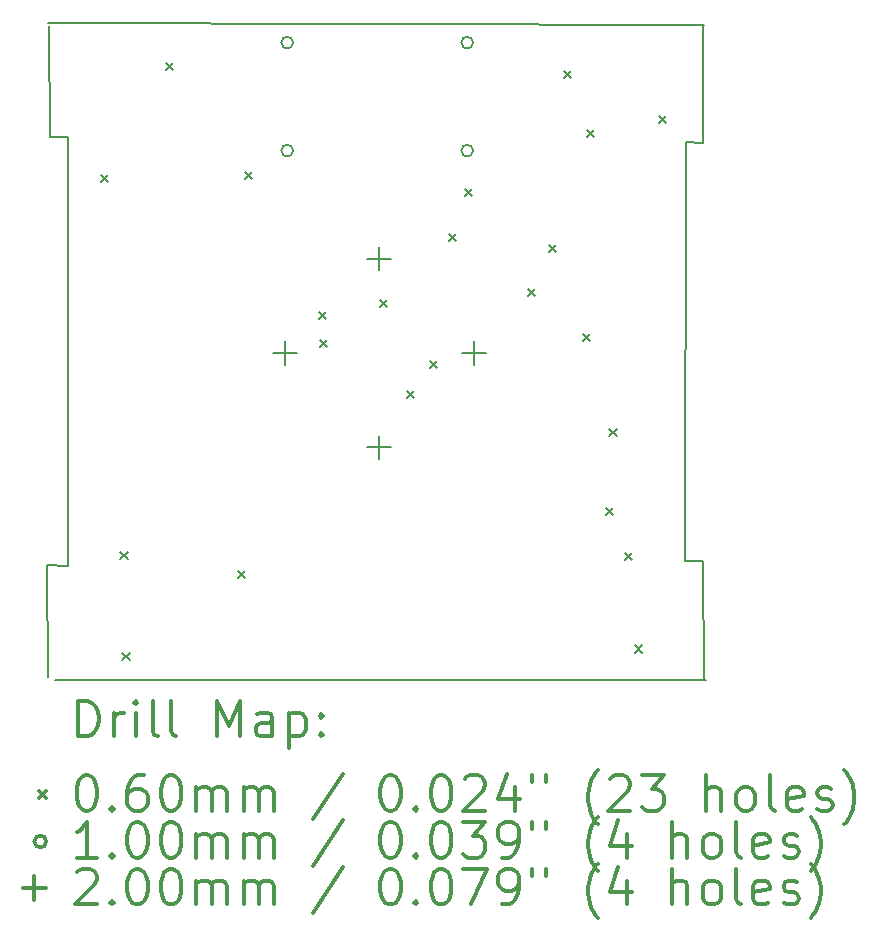
<source format=gbr>
%FSLAX45Y45*%
G04 Gerber Fmt 4.5, Leading zero omitted, Abs format (unit mm)*
G04 Created by KiCad (PCBNEW 4.0.6) date 05/08/17 07:17:13*
%MOMM*%
%LPD*%
G01*
G04 APERTURE LIST*
%ADD10C,0.127000*%
%ADD11C,0.150000*%
%ADD12C,0.200000*%
%ADD13C,0.300000*%
G04 APERTURE END LIST*
D10*
D11*
X15126190Y-7719950D02*
X20676410Y-7735250D01*
X15293110Y-8678290D02*
X15145290Y-8683810D01*
X15118870Y-12303930D02*
X15293110Y-12311990D01*
X20679770Y-13271630D02*
X20669270Y-12272430D01*
X20669270Y-12272430D02*
X20518910Y-12269890D01*
X20518910Y-12269890D02*
X20529410Y-8720590D01*
X20529410Y-8720590D02*
X20669610Y-8731090D01*
X20669610Y-8731090D02*
X20669610Y-7744590D01*
X15134790Y-7739510D02*
X15145290Y-8683810D01*
X15293110Y-8678290D02*
X15293110Y-12311990D01*
X15118870Y-12303930D02*
X15129370Y-13250530D01*
X15195210Y-13282590D02*
X20695210Y-13282590D01*
X20684310Y-13282590D02*
X15184310Y-13282590D01*
D12*
X15574230Y-9003250D02*
X15634230Y-9063250D01*
X15634230Y-9003250D02*
X15574230Y-9063250D01*
X15739610Y-12197990D02*
X15799610Y-12257990D01*
X15799610Y-12197990D02*
X15739610Y-12257990D01*
X15756010Y-13046890D02*
X15816010Y-13106890D01*
X15816010Y-13046890D02*
X15756010Y-13106890D01*
X16122210Y-8057590D02*
X16182210Y-8117590D01*
X16182210Y-8057590D02*
X16122210Y-8117590D01*
X16732210Y-12357590D02*
X16792210Y-12417590D01*
X16792210Y-12357590D02*
X16732210Y-12417590D01*
X16793310Y-8977490D02*
X16853310Y-9037490D01*
X16853310Y-8977490D02*
X16793310Y-9037490D01*
X17423350Y-10158950D02*
X17483350Y-10218950D01*
X17483350Y-10158950D02*
X17423350Y-10218950D01*
X17430970Y-10402790D02*
X17490970Y-10462790D01*
X17490970Y-10402790D02*
X17430970Y-10462790D01*
X17938010Y-10059790D02*
X17998010Y-10119790D01*
X17998010Y-10059790D02*
X17938010Y-10119790D01*
X18167570Y-10834590D02*
X18227570Y-10894590D01*
X18227570Y-10834590D02*
X18167570Y-10894590D01*
X18360910Y-10575690D02*
X18420910Y-10635690D01*
X18420910Y-10575690D02*
X18360910Y-10635690D01*
X18519960Y-9504240D02*
X18579960Y-9564240D01*
X18579960Y-9504240D02*
X18519960Y-9564240D01*
X18653710Y-9121990D02*
X18713710Y-9181990D01*
X18713710Y-9121990D02*
X18653710Y-9181990D01*
X19187810Y-9968690D02*
X19247810Y-10028690D01*
X19247810Y-9968690D02*
X19187810Y-10028690D01*
X19368210Y-9591990D02*
X19428210Y-9651990D01*
X19428210Y-9591990D02*
X19368210Y-9651990D01*
X19494510Y-8122890D02*
X19554510Y-8182890D01*
X19554510Y-8122890D02*
X19494510Y-8182890D01*
X19656010Y-10351990D02*
X19716010Y-10411990D01*
X19716010Y-10351990D02*
X19656010Y-10411990D01*
X19685610Y-8623890D02*
X19745610Y-8683890D01*
X19745610Y-8623890D02*
X19685610Y-8683890D01*
X19853610Y-11820690D02*
X19913610Y-11880690D01*
X19913610Y-11820690D02*
X19853610Y-11880690D01*
X19879530Y-11154630D02*
X19939530Y-11214630D01*
X19939530Y-11154630D02*
X19879530Y-11214630D01*
X20012910Y-12202490D02*
X20072910Y-12262490D01*
X20072910Y-12202490D02*
X20012910Y-12262490D01*
X20098010Y-12986590D02*
X20158010Y-13046590D01*
X20158010Y-12986590D02*
X20098010Y-13046590D01*
X20294810Y-8505410D02*
X20354810Y-8565410D01*
X20354810Y-8505410D02*
X20294810Y-8565410D01*
X17201210Y-7882090D02*
G75*
G03X17201210Y-7882090I-50000J0D01*
G01*
X17201210Y-8796490D02*
G75*
G03X17201210Y-8796490I-50000J0D01*
G01*
X18725210Y-7882090D02*
G75*
G03X18725210Y-7882090I-50000J0D01*
G01*
X18725210Y-8796490D02*
G75*
G03X18725210Y-8796490I-50000J0D01*
G01*
X17130770Y-10408990D02*
X17130770Y-10608990D01*
X17030770Y-10508990D02*
X17230770Y-10508990D01*
X17925770Y-9611350D02*
X17925770Y-9811350D01*
X17825770Y-9711350D02*
X18025770Y-9711350D01*
X17930870Y-11209090D02*
X17930870Y-11409090D01*
X17830870Y-11309090D02*
X18030870Y-11309090D01*
X18730970Y-10408990D02*
X18730970Y-10608990D01*
X18630970Y-10508990D02*
X18830970Y-10508990D01*
D13*
X15382798Y-13755804D02*
X15382798Y-13455804D01*
X15454227Y-13455804D01*
X15497084Y-13470090D01*
X15525656Y-13498661D01*
X15539941Y-13527233D01*
X15554227Y-13584376D01*
X15554227Y-13627233D01*
X15539941Y-13684376D01*
X15525656Y-13712947D01*
X15497084Y-13741519D01*
X15454227Y-13755804D01*
X15382798Y-13755804D01*
X15682798Y-13755804D02*
X15682798Y-13555804D01*
X15682798Y-13612947D02*
X15697084Y-13584376D01*
X15711370Y-13570090D01*
X15739941Y-13555804D01*
X15768513Y-13555804D01*
X15868513Y-13755804D02*
X15868513Y-13555804D01*
X15868513Y-13455804D02*
X15854227Y-13470090D01*
X15868513Y-13484376D01*
X15882798Y-13470090D01*
X15868513Y-13455804D01*
X15868513Y-13484376D01*
X16054227Y-13755804D02*
X16025656Y-13741519D01*
X16011370Y-13712947D01*
X16011370Y-13455804D01*
X16211370Y-13755804D02*
X16182798Y-13741519D01*
X16168513Y-13712947D01*
X16168513Y-13455804D01*
X16554227Y-13755804D02*
X16554227Y-13455804D01*
X16654227Y-13670090D01*
X16754227Y-13455804D01*
X16754227Y-13755804D01*
X17025656Y-13755804D02*
X17025656Y-13598661D01*
X17011370Y-13570090D01*
X16982799Y-13555804D01*
X16925656Y-13555804D01*
X16897084Y-13570090D01*
X17025656Y-13741519D02*
X16997084Y-13755804D01*
X16925656Y-13755804D01*
X16897084Y-13741519D01*
X16882799Y-13712947D01*
X16882799Y-13684376D01*
X16897084Y-13655804D01*
X16925656Y-13641519D01*
X16997084Y-13641519D01*
X17025656Y-13627233D01*
X17168513Y-13555804D02*
X17168513Y-13855804D01*
X17168513Y-13570090D02*
X17197084Y-13555804D01*
X17254227Y-13555804D01*
X17282799Y-13570090D01*
X17297084Y-13584376D01*
X17311370Y-13612947D01*
X17311370Y-13698661D01*
X17297084Y-13727233D01*
X17282799Y-13741519D01*
X17254227Y-13755804D01*
X17197084Y-13755804D01*
X17168513Y-13741519D01*
X17439941Y-13727233D02*
X17454227Y-13741519D01*
X17439941Y-13755804D01*
X17425656Y-13741519D01*
X17439941Y-13727233D01*
X17439941Y-13755804D01*
X17439941Y-13570090D02*
X17454227Y-13584376D01*
X17439941Y-13598661D01*
X17425656Y-13584376D01*
X17439941Y-13570090D01*
X17439941Y-13598661D01*
X15051370Y-14220090D02*
X15111370Y-14280090D01*
X15111370Y-14220090D02*
X15051370Y-14280090D01*
X15439941Y-14085804D02*
X15468513Y-14085804D01*
X15497084Y-14100090D01*
X15511370Y-14114376D01*
X15525656Y-14142947D01*
X15539941Y-14200090D01*
X15539941Y-14271519D01*
X15525656Y-14328661D01*
X15511370Y-14357233D01*
X15497084Y-14371519D01*
X15468513Y-14385804D01*
X15439941Y-14385804D01*
X15411370Y-14371519D01*
X15397084Y-14357233D01*
X15382798Y-14328661D01*
X15368513Y-14271519D01*
X15368513Y-14200090D01*
X15382798Y-14142947D01*
X15397084Y-14114376D01*
X15411370Y-14100090D01*
X15439941Y-14085804D01*
X15668513Y-14357233D02*
X15682798Y-14371519D01*
X15668513Y-14385804D01*
X15654227Y-14371519D01*
X15668513Y-14357233D01*
X15668513Y-14385804D01*
X15939941Y-14085804D02*
X15882798Y-14085804D01*
X15854227Y-14100090D01*
X15839941Y-14114376D01*
X15811370Y-14157233D01*
X15797084Y-14214376D01*
X15797084Y-14328661D01*
X15811370Y-14357233D01*
X15825656Y-14371519D01*
X15854227Y-14385804D01*
X15911370Y-14385804D01*
X15939941Y-14371519D01*
X15954227Y-14357233D01*
X15968513Y-14328661D01*
X15968513Y-14257233D01*
X15954227Y-14228661D01*
X15939941Y-14214376D01*
X15911370Y-14200090D01*
X15854227Y-14200090D01*
X15825656Y-14214376D01*
X15811370Y-14228661D01*
X15797084Y-14257233D01*
X16154227Y-14085804D02*
X16182798Y-14085804D01*
X16211370Y-14100090D01*
X16225656Y-14114376D01*
X16239941Y-14142947D01*
X16254227Y-14200090D01*
X16254227Y-14271519D01*
X16239941Y-14328661D01*
X16225656Y-14357233D01*
X16211370Y-14371519D01*
X16182798Y-14385804D01*
X16154227Y-14385804D01*
X16125656Y-14371519D01*
X16111370Y-14357233D01*
X16097084Y-14328661D01*
X16082798Y-14271519D01*
X16082798Y-14200090D01*
X16097084Y-14142947D01*
X16111370Y-14114376D01*
X16125656Y-14100090D01*
X16154227Y-14085804D01*
X16382798Y-14385804D02*
X16382798Y-14185804D01*
X16382798Y-14214376D02*
X16397084Y-14200090D01*
X16425656Y-14185804D01*
X16468513Y-14185804D01*
X16497084Y-14200090D01*
X16511370Y-14228661D01*
X16511370Y-14385804D01*
X16511370Y-14228661D02*
X16525656Y-14200090D01*
X16554227Y-14185804D01*
X16597084Y-14185804D01*
X16625656Y-14200090D01*
X16639941Y-14228661D01*
X16639941Y-14385804D01*
X16782799Y-14385804D02*
X16782799Y-14185804D01*
X16782799Y-14214376D02*
X16797084Y-14200090D01*
X16825656Y-14185804D01*
X16868513Y-14185804D01*
X16897084Y-14200090D01*
X16911370Y-14228661D01*
X16911370Y-14385804D01*
X16911370Y-14228661D02*
X16925656Y-14200090D01*
X16954227Y-14185804D01*
X16997084Y-14185804D01*
X17025656Y-14200090D01*
X17039941Y-14228661D01*
X17039941Y-14385804D01*
X17625656Y-14071519D02*
X17368513Y-14457233D01*
X18011370Y-14085804D02*
X18039941Y-14085804D01*
X18068513Y-14100090D01*
X18082798Y-14114376D01*
X18097084Y-14142947D01*
X18111370Y-14200090D01*
X18111370Y-14271519D01*
X18097084Y-14328661D01*
X18082798Y-14357233D01*
X18068513Y-14371519D01*
X18039941Y-14385804D01*
X18011370Y-14385804D01*
X17982798Y-14371519D01*
X17968513Y-14357233D01*
X17954227Y-14328661D01*
X17939941Y-14271519D01*
X17939941Y-14200090D01*
X17954227Y-14142947D01*
X17968513Y-14114376D01*
X17982798Y-14100090D01*
X18011370Y-14085804D01*
X18239941Y-14357233D02*
X18254227Y-14371519D01*
X18239941Y-14385804D01*
X18225656Y-14371519D01*
X18239941Y-14357233D01*
X18239941Y-14385804D01*
X18439941Y-14085804D02*
X18468513Y-14085804D01*
X18497084Y-14100090D01*
X18511370Y-14114376D01*
X18525656Y-14142947D01*
X18539941Y-14200090D01*
X18539941Y-14271519D01*
X18525656Y-14328661D01*
X18511370Y-14357233D01*
X18497084Y-14371519D01*
X18468513Y-14385804D01*
X18439941Y-14385804D01*
X18411370Y-14371519D01*
X18397084Y-14357233D01*
X18382798Y-14328661D01*
X18368513Y-14271519D01*
X18368513Y-14200090D01*
X18382798Y-14142947D01*
X18397084Y-14114376D01*
X18411370Y-14100090D01*
X18439941Y-14085804D01*
X18654227Y-14114376D02*
X18668513Y-14100090D01*
X18697084Y-14085804D01*
X18768513Y-14085804D01*
X18797084Y-14100090D01*
X18811370Y-14114376D01*
X18825656Y-14142947D01*
X18825656Y-14171519D01*
X18811370Y-14214376D01*
X18639941Y-14385804D01*
X18825656Y-14385804D01*
X19082798Y-14185804D02*
X19082798Y-14385804D01*
X19011370Y-14071519D02*
X18939941Y-14285804D01*
X19125656Y-14285804D01*
X19225656Y-14085804D02*
X19225656Y-14142947D01*
X19339941Y-14085804D02*
X19339941Y-14142947D01*
X19782798Y-14500090D02*
X19768513Y-14485804D01*
X19739941Y-14442947D01*
X19725656Y-14414376D01*
X19711370Y-14371519D01*
X19697084Y-14300090D01*
X19697084Y-14242947D01*
X19711370Y-14171519D01*
X19725656Y-14128661D01*
X19739941Y-14100090D01*
X19768513Y-14057233D01*
X19782798Y-14042947D01*
X19882798Y-14114376D02*
X19897084Y-14100090D01*
X19925656Y-14085804D01*
X19997084Y-14085804D01*
X20025656Y-14100090D01*
X20039941Y-14114376D01*
X20054227Y-14142947D01*
X20054227Y-14171519D01*
X20039941Y-14214376D01*
X19868513Y-14385804D01*
X20054227Y-14385804D01*
X20154227Y-14085804D02*
X20339941Y-14085804D01*
X20239941Y-14200090D01*
X20282798Y-14200090D01*
X20311370Y-14214376D01*
X20325656Y-14228661D01*
X20339941Y-14257233D01*
X20339941Y-14328661D01*
X20325656Y-14357233D01*
X20311370Y-14371519D01*
X20282798Y-14385804D01*
X20197084Y-14385804D01*
X20168513Y-14371519D01*
X20154227Y-14357233D01*
X20697084Y-14385804D02*
X20697084Y-14085804D01*
X20825656Y-14385804D02*
X20825656Y-14228661D01*
X20811370Y-14200090D01*
X20782798Y-14185804D01*
X20739941Y-14185804D01*
X20711370Y-14200090D01*
X20697084Y-14214376D01*
X21011370Y-14385804D02*
X20982798Y-14371519D01*
X20968513Y-14357233D01*
X20954227Y-14328661D01*
X20954227Y-14242947D01*
X20968513Y-14214376D01*
X20982798Y-14200090D01*
X21011370Y-14185804D01*
X21054227Y-14185804D01*
X21082798Y-14200090D01*
X21097084Y-14214376D01*
X21111370Y-14242947D01*
X21111370Y-14328661D01*
X21097084Y-14357233D01*
X21082798Y-14371519D01*
X21054227Y-14385804D01*
X21011370Y-14385804D01*
X21282798Y-14385804D02*
X21254227Y-14371519D01*
X21239941Y-14342947D01*
X21239941Y-14085804D01*
X21511370Y-14371519D02*
X21482799Y-14385804D01*
X21425656Y-14385804D01*
X21397084Y-14371519D01*
X21382799Y-14342947D01*
X21382799Y-14228661D01*
X21397084Y-14200090D01*
X21425656Y-14185804D01*
X21482799Y-14185804D01*
X21511370Y-14200090D01*
X21525656Y-14228661D01*
X21525656Y-14257233D01*
X21382799Y-14285804D01*
X21639941Y-14371519D02*
X21668513Y-14385804D01*
X21725656Y-14385804D01*
X21754227Y-14371519D01*
X21768513Y-14342947D01*
X21768513Y-14328661D01*
X21754227Y-14300090D01*
X21725656Y-14285804D01*
X21682799Y-14285804D01*
X21654227Y-14271519D01*
X21639941Y-14242947D01*
X21639941Y-14228661D01*
X21654227Y-14200090D01*
X21682799Y-14185804D01*
X21725656Y-14185804D01*
X21754227Y-14200090D01*
X21868513Y-14500090D02*
X21882799Y-14485804D01*
X21911370Y-14442947D01*
X21925656Y-14414376D01*
X21939941Y-14371519D01*
X21954227Y-14300090D01*
X21954227Y-14242947D01*
X21939941Y-14171519D01*
X21925656Y-14128661D01*
X21911370Y-14100090D01*
X21882799Y-14057233D01*
X21868513Y-14042947D01*
X15111370Y-14646090D02*
G75*
G03X15111370Y-14646090I-50000J0D01*
G01*
X15539941Y-14781804D02*
X15368513Y-14781804D01*
X15454227Y-14781804D02*
X15454227Y-14481804D01*
X15425656Y-14524661D01*
X15397084Y-14553233D01*
X15368513Y-14567519D01*
X15668513Y-14753233D02*
X15682798Y-14767519D01*
X15668513Y-14781804D01*
X15654227Y-14767519D01*
X15668513Y-14753233D01*
X15668513Y-14781804D01*
X15868513Y-14481804D02*
X15897084Y-14481804D01*
X15925656Y-14496090D01*
X15939941Y-14510376D01*
X15954227Y-14538947D01*
X15968513Y-14596090D01*
X15968513Y-14667519D01*
X15954227Y-14724661D01*
X15939941Y-14753233D01*
X15925656Y-14767519D01*
X15897084Y-14781804D01*
X15868513Y-14781804D01*
X15839941Y-14767519D01*
X15825656Y-14753233D01*
X15811370Y-14724661D01*
X15797084Y-14667519D01*
X15797084Y-14596090D01*
X15811370Y-14538947D01*
X15825656Y-14510376D01*
X15839941Y-14496090D01*
X15868513Y-14481804D01*
X16154227Y-14481804D02*
X16182798Y-14481804D01*
X16211370Y-14496090D01*
X16225656Y-14510376D01*
X16239941Y-14538947D01*
X16254227Y-14596090D01*
X16254227Y-14667519D01*
X16239941Y-14724661D01*
X16225656Y-14753233D01*
X16211370Y-14767519D01*
X16182798Y-14781804D01*
X16154227Y-14781804D01*
X16125656Y-14767519D01*
X16111370Y-14753233D01*
X16097084Y-14724661D01*
X16082798Y-14667519D01*
X16082798Y-14596090D01*
X16097084Y-14538947D01*
X16111370Y-14510376D01*
X16125656Y-14496090D01*
X16154227Y-14481804D01*
X16382798Y-14781804D02*
X16382798Y-14581804D01*
X16382798Y-14610376D02*
X16397084Y-14596090D01*
X16425656Y-14581804D01*
X16468513Y-14581804D01*
X16497084Y-14596090D01*
X16511370Y-14624661D01*
X16511370Y-14781804D01*
X16511370Y-14624661D02*
X16525656Y-14596090D01*
X16554227Y-14581804D01*
X16597084Y-14581804D01*
X16625656Y-14596090D01*
X16639941Y-14624661D01*
X16639941Y-14781804D01*
X16782799Y-14781804D02*
X16782799Y-14581804D01*
X16782799Y-14610376D02*
X16797084Y-14596090D01*
X16825656Y-14581804D01*
X16868513Y-14581804D01*
X16897084Y-14596090D01*
X16911370Y-14624661D01*
X16911370Y-14781804D01*
X16911370Y-14624661D02*
X16925656Y-14596090D01*
X16954227Y-14581804D01*
X16997084Y-14581804D01*
X17025656Y-14596090D01*
X17039941Y-14624661D01*
X17039941Y-14781804D01*
X17625656Y-14467519D02*
X17368513Y-14853233D01*
X18011370Y-14481804D02*
X18039941Y-14481804D01*
X18068513Y-14496090D01*
X18082798Y-14510376D01*
X18097084Y-14538947D01*
X18111370Y-14596090D01*
X18111370Y-14667519D01*
X18097084Y-14724661D01*
X18082798Y-14753233D01*
X18068513Y-14767519D01*
X18039941Y-14781804D01*
X18011370Y-14781804D01*
X17982798Y-14767519D01*
X17968513Y-14753233D01*
X17954227Y-14724661D01*
X17939941Y-14667519D01*
X17939941Y-14596090D01*
X17954227Y-14538947D01*
X17968513Y-14510376D01*
X17982798Y-14496090D01*
X18011370Y-14481804D01*
X18239941Y-14753233D02*
X18254227Y-14767519D01*
X18239941Y-14781804D01*
X18225656Y-14767519D01*
X18239941Y-14753233D01*
X18239941Y-14781804D01*
X18439941Y-14481804D02*
X18468513Y-14481804D01*
X18497084Y-14496090D01*
X18511370Y-14510376D01*
X18525656Y-14538947D01*
X18539941Y-14596090D01*
X18539941Y-14667519D01*
X18525656Y-14724661D01*
X18511370Y-14753233D01*
X18497084Y-14767519D01*
X18468513Y-14781804D01*
X18439941Y-14781804D01*
X18411370Y-14767519D01*
X18397084Y-14753233D01*
X18382798Y-14724661D01*
X18368513Y-14667519D01*
X18368513Y-14596090D01*
X18382798Y-14538947D01*
X18397084Y-14510376D01*
X18411370Y-14496090D01*
X18439941Y-14481804D01*
X18639941Y-14481804D02*
X18825656Y-14481804D01*
X18725656Y-14596090D01*
X18768513Y-14596090D01*
X18797084Y-14610376D01*
X18811370Y-14624661D01*
X18825656Y-14653233D01*
X18825656Y-14724661D01*
X18811370Y-14753233D01*
X18797084Y-14767519D01*
X18768513Y-14781804D01*
X18682798Y-14781804D01*
X18654227Y-14767519D01*
X18639941Y-14753233D01*
X18968513Y-14781804D02*
X19025656Y-14781804D01*
X19054227Y-14767519D01*
X19068513Y-14753233D01*
X19097084Y-14710376D01*
X19111370Y-14653233D01*
X19111370Y-14538947D01*
X19097084Y-14510376D01*
X19082798Y-14496090D01*
X19054227Y-14481804D01*
X18997084Y-14481804D01*
X18968513Y-14496090D01*
X18954227Y-14510376D01*
X18939941Y-14538947D01*
X18939941Y-14610376D01*
X18954227Y-14638947D01*
X18968513Y-14653233D01*
X18997084Y-14667519D01*
X19054227Y-14667519D01*
X19082798Y-14653233D01*
X19097084Y-14638947D01*
X19111370Y-14610376D01*
X19225656Y-14481804D02*
X19225656Y-14538947D01*
X19339941Y-14481804D02*
X19339941Y-14538947D01*
X19782798Y-14896090D02*
X19768513Y-14881804D01*
X19739941Y-14838947D01*
X19725656Y-14810376D01*
X19711370Y-14767519D01*
X19697084Y-14696090D01*
X19697084Y-14638947D01*
X19711370Y-14567519D01*
X19725656Y-14524661D01*
X19739941Y-14496090D01*
X19768513Y-14453233D01*
X19782798Y-14438947D01*
X20025656Y-14581804D02*
X20025656Y-14781804D01*
X19954227Y-14467519D02*
X19882798Y-14681804D01*
X20068513Y-14681804D01*
X20411370Y-14781804D02*
X20411370Y-14481804D01*
X20539941Y-14781804D02*
X20539941Y-14624661D01*
X20525656Y-14596090D01*
X20497084Y-14581804D01*
X20454227Y-14581804D01*
X20425656Y-14596090D01*
X20411370Y-14610376D01*
X20725656Y-14781804D02*
X20697084Y-14767519D01*
X20682798Y-14753233D01*
X20668513Y-14724661D01*
X20668513Y-14638947D01*
X20682798Y-14610376D01*
X20697084Y-14596090D01*
X20725656Y-14581804D01*
X20768513Y-14581804D01*
X20797084Y-14596090D01*
X20811370Y-14610376D01*
X20825656Y-14638947D01*
X20825656Y-14724661D01*
X20811370Y-14753233D01*
X20797084Y-14767519D01*
X20768513Y-14781804D01*
X20725656Y-14781804D01*
X20997084Y-14781804D02*
X20968513Y-14767519D01*
X20954227Y-14738947D01*
X20954227Y-14481804D01*
X21225656Y-14767519D02*
X21197084Y-14781804D01*
X21139941Y-14781804D01*
X21111370Y-14767519D01*
X21097084Y-14738947D01*
X21097084Y-14624661D01*
X21111370Y-14596090D01*
X21139941Y-14581804D01*
X21197084Y-14581804D01*
X21225656Y-14596090D01*
X21239941Y-14624661D01*
X21239941Y-14653233D01*
X21097084Y-14681804D01*
X21354227Y-14767519D02*
X21382799Y-14781804D01*
X21439941Y-14781804D01*
X21468513Y-14767519D01*
X21482799Y-14738947D01*
X21482799Y-14724661D01*
X21468513Y-14696090D01*
X21439941Y-14681804D01*
X21397084Y-14681804D01*
X21368513Y-14667519D01*
X21354227Y-14638947D01*
X21354227Y-14624661D01*
X21368513Y-14596090D01*
X21397084Y-14581804D01*
X21439941Y-14581804D01*
X21468513Y-14596090D01*
X21582798Y-14896090D02*
X21597084Y-14881804D01*
X21625656Y-14838947D01*
X21639941Y-14810376D01*
X21654227Y-14767519D01*
X21668513Y-14696090D01*
X21668513Y-14638947D01*
X21654227Y-14567519D01*
X21639941Y-14524661D01*
X21625656Y-14496090D01*
X21597084Y-14453233D01*
X21582798Y-14438947D01*
X15011370Y-14942090D02*
X15011370Y-15142090D01*
X14911370Y-15042090D02*
X15111370Y-15042090D01*
X15368513Y-14906376D02*
X15382798Y-14892090D01*
X15411370Y-14877804D01*
X15482798Y-14877804D01*
X15511370Y-14892090D01*
X15525656Y-14906376D01*
X15539941Y-14934947D01*
X15539941Y-14963519D01*
X15525656Y-15006376D01*
X15354227Y-15177804D01*
X15539941Y-15177804D01*
X15668513Y-15149233D02*
X15682798Y-15163519D01*
X15668513Y-15177804D01*
X15654227Y-15163519D01*
X15668513Y-15149233D01*
X15668513Y-15177804D01*
X15868513Y-14877804D02*
X15897084Y-14877804D01*
X15925656Y-14892090D01*
X15939941Y-14906376D01*
X15954227Y-14934947D01*
X15968513Y-14992090D01*
X15968513Y-15063519D01*
X15954227Y-15120661D01*
X15939941Y-15149233D01*
X15925656Y-15163519D01*
X15897084Y-15177804D01*
X15868513Y-15177804D01*
X15839941Y-15163519D01*
X15825656Y-15149233D01*
X15811370Y-15120661D01*
X15797084Y-15063519D01*
X15797084Y-14992090D01*
X15811370Y-14934947D01*
X15825656Y-14906376D01*
X15839941Y-14892090D01*
X15868513Y-14877804D01*
X16154227Y-14877804D02*
X16182798Y-14877804D01*
X16211370Y-14892090D01*
X16225656Y-14906376D01*
X16239941Y-14934947D01*
X16254227Y-14992090D01*
X16254227Y-15063519D01*
X16239941Y-15120661D01*
X16225656Y-15149233D01*
X16211370Y-15163519D01*
X16182798Y-15177804D01*
X16154227Y-15177804D01*
X16125656Y-15163519D01*
X16111370Y-15149233D01*
X16097084Y-15120661D01*
X16082798Y-15063519D01*
X16082798Y-14992090D01*
X16097084Y-14934947D01*
X16111370Y-14906376D01*
X16125656Y-14892090D01*
X16154227Y-14877804D01*
X16382798Y-15177804D02*
X16382798Y-14977804D01*
X16382798Y-15006376D02*
X16397084Y-14992090D01*
X16425656Y-14977804D01*
X16468513Y-14977804D01*
X16497084Y-14992090D01*
X16511370Y-15020661D01*
X16511370Y-15177804D01*
X16511370Y-15020661D02*
X16525656Y-14992090D01*
X16554227Y-14977804D01*
X16597084Y-14977804D01*
X16625656Y-14992090D01*
X16639941Y-15020661D01*
X16639941Y-15177804D01*
X16782799Y-15177804D02*
X16782799Y-14977804D01*
X16782799Y-15006376D02*
X16797084Y-14992090D01*
X16825656Y-14977804D01*
X16868513Y-14977804D01*
X16897084Y-14992090D01*
X16911370Y-15020661D01*
X16911370Y-15177804D01*
X16911370Y-15020661D02*
X16925656Y-14992090D01*
X16954227Y-14977804D01*
X16997084Y-14977804D01*
X17025656Y-14992090D01*
X17039941Y-15020661D01*
X17039941Y-15177804D01*
X17625656Y-14863519D02*
X17368513Y-15249233D01*
X18011370Y-14877804D02*
X18039941Y-14877804D01*
X18068513Y-14892090D01*
X18082798Y-14906376D01*
X18097084Y-14934947D01*
X18111370Y-14992090D01*
X18111370Y-15063519D01*
X18097084Y-15120661D01*
X18082798Y-15149233D01*
X18068513Y-15163519D01*
X18039941Y-15177804D01*
X18011370Y-15177804D01*
X17982798Y-15163519D01*
X17968513Y-15149233D01*
X17954227Y-15120661D01*
X17939941Y-15063519D01*
X17939941Y-14992090D01*
X17954227Y-14934947D01*
X17968513Y-14906376D01*
X17982798Y-14892090D01*
X18011370Y-14877804D01*
X18239941Y-15149233D02*
X18254227Y-15163519D01*
X18239941Y-15177804D01*
X18225656Y-15163519D01*
X18239941Y-15149233D01*
X18239941Y-15177804D01*
X18439941Y-14877804D02*
X18468513Y-14877804D01*
X18497084Y-14892090D01*
X18511370Y-14906376D01*
X18525656Y-14934947D01*
X18539941Y-14992090D01*
X18539941Y-15063519D01*
X18525656Y-15120661D01*
X18511370Y-15149233D01*
X18497084Y-15163519D01*
X18468513Y-15177804D01*
X18439941Y-15177804D01*
X18411370Y-15163519D01*
X18397084Y-15149233D01*
X18382798Y-15120661D01*
X18368513Y-15063519D01*
X18368513Y-14992090D01*
X18382798Y-14934947D01*
X18397084Y-14906376D01*
X18411370Y-14892090D01*
X18439941Y-14877804D01*
X18639941Y-14877804D02*
X18839941Y-14877804D01*
X18711370Y-15177804D01*
X18968513Y-15177804D02*
X19025656Y-15177804D01*
X19054227Y-15163519D01*
X19068513Y-15149233D01*
X19097084Y-15106376D01*
X19111370Y-15049233D01*
X19111370Y-14934947D01*
X19097084Y-14906376D01*
X19082798Y-14892090D01*
X19054227Y-14877804D01*
X18997084Y-14877804D01*
X18968513Y-14892090D01*
X18954227Y-14906376D01*
X18939941Y-14934947D01*
X18939941Y-15006376D01*
X18954227Y-15034947D01*
X18968513Y-15049233D01*
X18997084Y-15063519D01*
X19054227Y-15063519D01*
X19082798Y-15049233D01*
X19097084Y-15034947D01*
X19111370Y-15006376D01*
X19225656Y-14877804D02*
X19225656Y-14934947D01*
X19339941Y-14877804D02*
X19339941Y-14934947D01*
X19782798Y-15292090D02*
X19768513Y-15277804D01*
X19739941Y-15234947D01*
X19725656Y-15206376D01*
X19711370Y-15163519D01*
X19697084Y-15092090D01*
X19697084Y-15034947D01*
X19711370Y-14963519D01*
X19725656Y-14920661D01*
X19739941Y-14892090D01*
X19768513Y-14849233D01*
X19782798Y-14834947D01*
X20025656Y-14977804D02*
X20025656Y-15177804D01*
X19954227Y-14863519D02*
X19882798Y-15077804D01*
X20068513Y-15077804D01*
X20411370Y-15177804D02*
X20411370Y-14877804D01*
X20539941Y-15177804D02*
X20539941Y-15020661D01*
X20525656Y-14992090D01*
X20497084Y-14977804D01*
X20454227Y-14977804D01*
X20425656Y-14992090D01*
X20411370Y-15006376D01*
X20725656Y-15177804D02*
X20697084Y-15163519D01*
X20682798Y-15149233D01*
X20668513Y-15120661D01*
X20668513Y-15034947D01*
X20682798Y-15006376D01*
X20697084Y-14992090D01*
X20725656Y-14977804D01*
X20768513Y-14977804D01*
X20797084Y-14992090D01*
X20811370Y-15006376D01*
X20825656Y-15034947D01*
X20825656Y-15120661D01*
X20811370Y-15149233D01*
X20797084Y-15163519D01*
X20768513Y-15177804D01*
X20725656Y-15177804D01*
X20997084Y-15177804D02*
X20968513Y-15163519D01*
X20954227Y-15134947D01*
X20954227Y-14877804D01*
X21225656Y-15163519D02*
X21197084Y-15177804D01*
X21139941Y-15177804D01*
X21111370Y-15163519D01*
X21097084Y-15134947D01*
X21097084Y-15020661D01*
X21111370Y-14992090D01*
X21139941Y-14977804D01*
X21197084Y-14977804D01*
X21225656Y-14992090D01*
X21239941Y-15020661D01*
X21239941Y-15049233D01*
X21097084Y-15077804D01*
X21354227Y-15163519D02*
X21382799Y-15177804D01*
X21439941Y-15177804D01*
X21468513Y-15163519D01*
X21482799Y-15134947D01*
X21482799Y-15120661D01*
X21468513Y-15092090D01*
X21439941Y-15077804D01*
X21397084Y-15077804D01*
X21368513Y-15063519D01*
X21354227Y-15034947D01*
X21354227Y-15020661D01*
X21368513Y-14992090D01*
X21397084Y-14977804D01*
X21439941Y-14977804D01*
X21468513Y-14992090D01*
X21582798Y-15292090D02*
X21597084Y-15277804D01*
X21625656Y-15234947D01*
X21639941Y-15206376D01*
X21654227Y-15163519D01*
X21668513Y-15092090D01*
X21668513Y-15034947D01*
X21654227Y-14963519D01*
X21639941Y-14920661D01*
X21625656Y-14892090D01*
X21597084Y-14849233D01*
X21582798Y-14834947D01*
M02*

</source>
